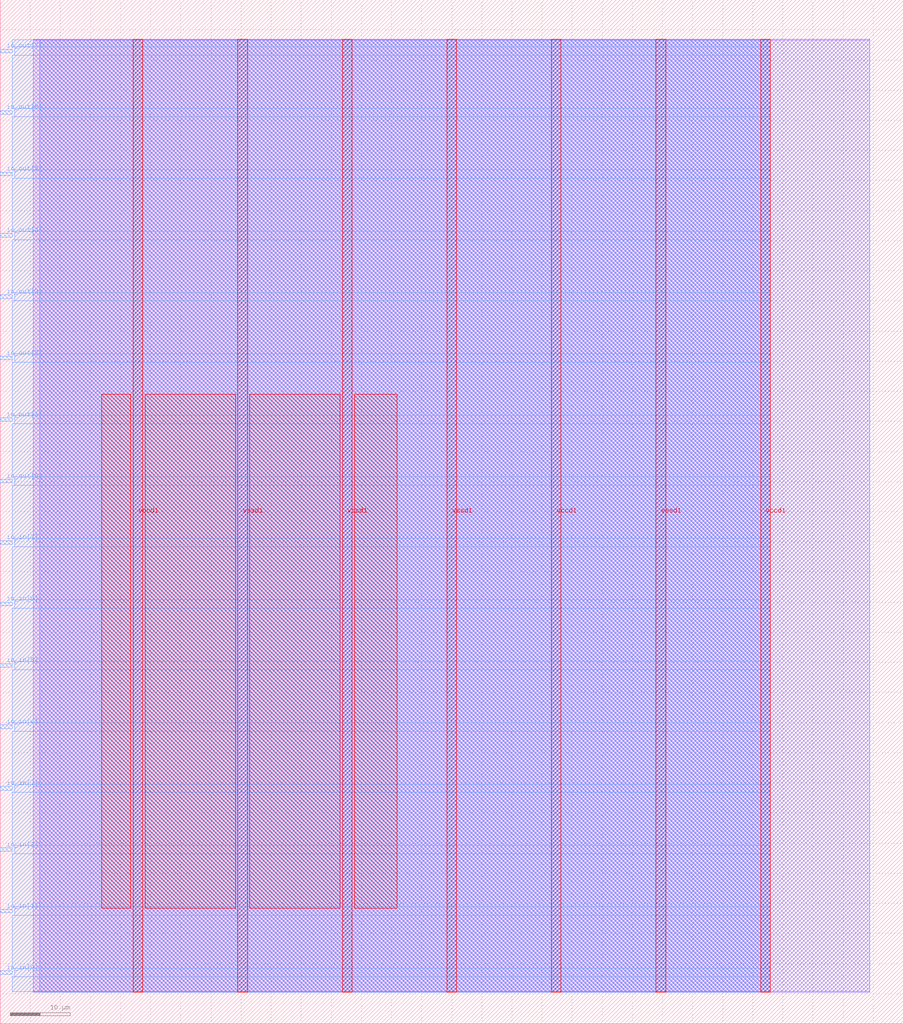
<source format=lef>
VERSION 5.7 ;
  NOWIREEXTENSIONATPIN ON ;
  DIVIDERCHAR "/" ;
  BUSBITCHARS "[]" ;
MACRO klei22_ra
  CLASS BLOCK ;
  FOREIGN klei22_ra ;
  ORIGIN 0.000 0.000 ;
  SIZE 150.000 BY 170.000 ;
  PIN io_in[0]
    DIRECTION INPUT ;
    USE SIGNAL ;
    PORT
      LAYER met3 ;
        RECT 0.000 8.200 2.000 8.800 ;
    END
  END io_in[0]
  PIN io_in[1]
    DIRECTION INPUT ;
    USE SIGNAL ;
    PORT
      LAYER met3 ;
        RECT 0.000 18.400 2.000 19.000 ;
    END
  END io_in[1]
  PIN io_in[2]
    DIRECTION INPUT ;
    USE SIGNAL ;
    PORT
      LAYER met3 ;
        RECT 0.000 28.600 2.000 29.200 ;
    END
  END io_in[2]
  PIN io_in[3]
    DIRECTION INPUT ;
    USE SIGNAL ;
    PORT
      LAYER met3 ;
        RECT 0.000 38.800 2.000 39.400 ;
    END
  END io_in[3]
  PIN io_in[4]
    DIRECTION INPUT ;
    USE SIGNAL ;
    PORT
      LAYER met3 ;
        RECT 0.000 49.000 2.000 49.600 ;
    END
  END io_in[4]
  PIN io_in[5]
    DIRECTION INPUT ;
    USE SIGNAL ;
    PORT
      LAYER met3 ;
        RECT 0.000 59.200 2.000 59.800 ;
    END
  END io_in[5]
  PIN io_in[6]
    DIRECTION INPUT ;
    USE SIGNAL ;
    PORT
      LAYER met3 ;
        RECT 0.000 69.400 2.000 70.000 ;
    END
  END io_in[6]
  PIN io_in[7]
    DIRECTION INPUT ;
    USE SIGNAL ;
    PORT
      LAYER met3 ;
        RECT 0.000 79.600 2.000 80.200 ;
    END
  END io_in[7]
  PIN io_out[0]
    DIRECTION OUTPUT TRISTATE ;
    USE SIGNAL ;
    PORT
      LAYER met3 ;
        RECT 0.000 89.800 2.000 90.400 ;
    END
  END io_out[0]
  PIN io_out[1]
    DIRECTION OUTPUT TRISTATE ;
    USE SIGNAL ;
    PORT
      LAYER met3 ;
        RECT 0.000 100.000 2.000 100.600 ;
    END
  END io_out[1]
  PIN io_out[2]
    DIRECTION OUTPUT TRISTATE ;
    USE SIGNAL ;
    PORT
      LAYER met3 ;
        RECT 0.000 110.200 2.000 110.800 ;
    END
  END io_out[2]
  PIN io_out[3]
    DIRECTION OUTPUT TRISTATE ;
    USE SIGNAL ;
    PORT
      LAYER met3 ;
        RECT 0.000 120.400 2.000 121.000 ;
    END
  END io_out[3]
  PIN io_out[4]
    DIRECTION OUTPUT TRISTATE ;
    USE SIGNAL ;
    PORT
      LAYER met3 ;
        RECT 0.000 130.600 2.000 131.200 ;
    END
  END io_out[4]
  PIN io_out[5]
    DIRECTION OUTPUT TRISTATE ;
    USE SIGNAL ;
    PORT
      LAYER met3 ;
        RECT 0.000 140.800 2.000 141.400 ;
    END
  END io_out[5]
  PIN io_out[6]
    DIRECTION OUTPUT TRISTATE ;
    USE SIGNAL ;
    PORT
      LAYER met3 ;
        RECT 0.000 151.000 2.000 151.600 ;
    END
  END io_out[6]
  PIN io_out[7]
    DIRECTION OUTPUT TRISTATE ;
    USE SIGNAL ;
    PORT
      LAYER met3 ;
        RECT 0.000 161.200 2.000 161.800 ;
    END
  END io_out[7]
  PIN vccd1
    DIRECTION INOUT ;
    USE POWER ;
    PORT
      LAYER met4 ;
        RECT 22.090 5.200 23.690 163.440 ;
    END
    PORT
      LAYER met4 ;
        RECT 56.830 5.200 58.430 163.440 ;
    END
    PORT
      LAYER met4 ;
        RECT 91.570 5.200 93.170 163.440 ;
    END
    PORT
      LAYER met4 ;
        RECT 126.310 5.200 127.910 163.440 ;
    END
  END vccd1
  PIN vssd1
    DIRECTION INOUT ;
    USE GROUND ;
    PORT
      LAYER met4 ;
        RECT 39.460 5.200 41.060 163.440 ;
    END
    PORT
      LAYER met4 ;
        RECT 74.200 5.200 75.800 163.440 ;
    END
    PORT
      LAYER met4 ;
        RECT 108.940 5.200 110.540 163.440 ;
    END
  END vssd1
  OBS
      LAYER li1 ;
        RECT 5.520 5.355 144.440 163.285 ;
      LAYER met1 ;
        RECT 5.520 5.200 144.440 163.440 ;
      LAYER met2 ;
        RECT 6.540 5.255 127.880 163.385 ;
      LAYER met3 ;
        RECT 2.000 162.200 127.900 163.365 ;
        RECT 2.400 160.800 127.900 162.200 ;
        RECT 2.000 152.000 127.900 160.800 ;
        RECT 2.400 150.600 127.900 152.000 ;
        RECT 2.000 141.800 127.900 150.600 ;
        RECT 2.400 140.400 127.900 141.800 ;
        RECT 2.000 131.600 127.900 140.400 ;
        RECT 2.400 130.200 127.900 131.600 ;
        RECT 2.000 121.400 127.900 130.200 ;
        RECT 2.400 120.000 127.900 121.400 ;
        RECT 2.000 111.200 127.900 120.000 ;
        RECT 2.400 109.800 127.900 111.200 ;
        RECT 2.000 101.000 127.900 109.800 ;
        RECT 2.400 99.600 127.900 101.000 ;
        RECT 2.000 90.800 127.900 99.600 ;
        RECT 2.400 89.400 127.900 90.800 ;
        RECT 2.000 80.600 127.900 89.400 ;
        RECT 2.400 79.200 127.900 80.600 ;
        RECT 2.000 70.400 127.900 79.200 ;
        RECT 2.400 69.000 127.900 70.400 ;
        RECT 2.000 60.200 127.900 69.000 ;
        RECT 2.400 58.800 127.900 60.200 ;
        RECT 2.000 50.000 127.900 58.800 ;
        RECT 2.400 48.600 127.900 50.000 ;
        RECT 2.000 39.800 127.900 48.600 ;
        RECT 2.400 38.400 127.900 39.800 ;
        RECT 2.000 29.600 127.900 38.400 ;
        RECT 2.400 28.200 127.900 29.600 ;
        RECT 2.000 19.400 127.900 28.200 ;
        RECT 2.400 18.000 127.900 19.400 ;
        RECT 2.000 9.200 127.900 18.000 ;
        RECT 2.400 7.800 127.900 9.200 ;
        RECT 2.000 5.275 127.900 7.800 ;
      LAYER met4 ;
        RECT 16.855 19.215 21.690 104.545 ;
        RECT 24.090 19.215 39.060 104.545 ;
        RECT 41.460 19.215 56.430 104.545 ;
        RECT 58.830 19.215 65.945 104.545 ;
  END
END klei22_ra
END LIBRARY


</source>
